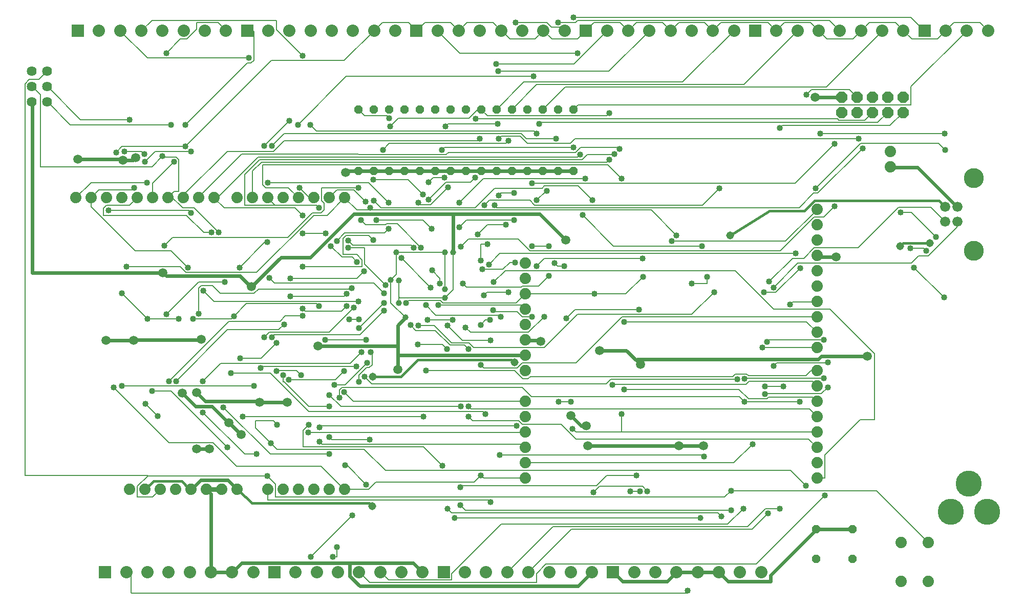
<source format=gbl>
G04 This is an RS-274x file exported by *
G04 gerbv version 2.6.0 *
G04 More information is available about gerbv at *
G04 http://gerbv.gpleda.org/ *
G04 --End of header info--*
%MOIN*%
%FSLAX34Y34*%
%IPPOS*%
G04 --Define apertures--*
%ADD10C,0.0740*%
%AMMACRO11*
5,1,8,0.000000,0.000000,0.060614,22.500000*
%
%ADD11MACRO11*%
%ADD12C,0.0640*%
%ADD13C,0.1700*%
%ADD14C,0.0660*%
%ADD15C,0.1300*%
%ADD16R,0.0800X0.0800*%
%ADD17C,0.0800*%
%AMMACRO18*
5,1,8,0.000000,0.000000,0.080097,22.500000*
%
%ADD18MACRO18*%
%ADD19C,0.0240*%
%ADD20C,0.0300*%
%ADD21C,0.0397*%
%ADD22C,0.0060*%
%ADD23C,0.0594*%
%ADD24C,0.0080*%
%ADD25C,0.0400*%
%ADD26C,0.0160*%
%ADD27C,0.0515*%
G04 --Start main section--*
G54D10*
G01X0008000Y0007080D03*
G01X0009000Y0007080D03*
G01X0010000Y0007080D03*
G01X0011000Y0007080D03*
G01X0012000Y0007080D03*
G01X0013000Y0007080D03*
G01X0014000Y0007080D03*
G01X0015000Y0007080D03*
G01X0017000Y0007080D03*
G01X0018000Y0007080D03*
G01X0019000Y0007080D03*
G01X0020000Y0007080D03*
G01X0021000Y0007080D03*
G01X0022000Y0007080D03*
G01X0033756Y0007824D03*
G01X0033756Y0008824D03*
G01X0033756Y0009824D03*
G01X0033756Y0010824D03*
G01X0033756Y0011824D03*
G01X0033756Y0012824D03*
G01X0033756Y0014824D03*
G01X0033756Y0015824D03*
G01X0033756Y0016824D03*
G01X0033756Y0017824D03*
G01X0033756Y0018824D03*
G01X0033756Y0019824D03*
G01X0033756Y0020824D03*
G01X0033756Y0021824D03*
G01X0022000Y0026080D03*
G01X0021000Y0026080D03*
G01X0020000Y0026080D03*
G01X0019000Y0026080D03*
G01X0018000Y0026080D03*
G01X0017000Y0026080D03*
G01X0016000Y0026080D03*
G01X0015000Y0026080D03*
G01X0013500Y0026080D03*
G01X0012500Y0026080D03*
G01X0011500Y0026080D03*
G01X0010500Y0026080D03*
G01X0009500Y0026080D03*
G01X0008500Y0026080D03*
G01X0007500Y0026080D03*
G01X0006500Y0026080D03*
G01X0005500Y0026080D03*
G01X0004500Y0026080D03*
G01X0052756Y0025324D03*
G01X0052756Y0024324D03*
G01X0052756Y0023324D03*
G01X0052756Y0022324D03*
G01X0052756Y0021324D03*
G01X0052756Y0020324D03*
G01X0052756Y0019324D03*
G01X0052756Y0018324D03*
G01X0052756Y0017324D03*
G01X0052756Y0016324D03*
G01X0052756Y0014824D03*
G01X0052756Y0013824D03*
G01X0052756Y0012824D03*
G01X0052756Y0011824D03*
G01X0052756Y0010824D03*
G01X0052756Y0009824D03*
G01X0052756Y0008824D03*
G01X0052756Y0007824D03*
G01X0058218Y0003640D03*
G01X0059998Y0003640D03*
G01X0059998Y0001080D03*
G01X0058218Y0001080D03*
G01X0057506Y0028080D03*
G01X0057506Y0029080D03*
G54D11*
G01X0036881Y0027830D03*
G01X0035881Y0027830D03*
G01X0034881Y0027830D03*
G01X0033881Y0027830D03*
G01X0032881Y0027830D03*
G01X0031881Y0027830D03*
G01X0030881Y0027830D03*
G01X0029881Y0027830D03*
G01X0028881Y0027830D03*
G01X0027881Y0027830D03*
G01X0026881Y0027830D03*
G01X0025881Y0027830D03*
G01X0024881Y0027830D03*
G01X0023881Y0027830D03*
G01X0022881Y0027830D03*
G01X0022881Y0031830D03*
G01X0023881Y0031830D03*
G01X0024881Y0031830D03*
G01X0025881Y0031830D03*
G01X0026881Y0031830D03*
G01X0027881Y0031830D03*
G01X0028881Y0031830D03*
G01X0029881Y0031830D03*
G01X0030881Y0031830D03*
G01X0031881Y0031830D03*
G01X0032881Y0031830D03*
G01X0033881Y0031830D03*
G01X0034881Y0031830D03*
G01X0035881Y0031830D03*
G01X0036881Y0031830D03*
G01X0052692Y0004507D03*
G01X0055052Y0004507D03*
G01X0055052Y0002547D03*
G01X0052692Y0002547D03*
G54D12*
G01X0002631Y0032330D03*
G01X0001631Y0032330D03*
G01X0001631Y0033330D03*
G01X0002631Y0033330D03*
G01X0002631Y0034330D03*
G01X0001631Y0034330D03*
G54D13*
G01X0061442Y0005614D03*
G01X0063804Y0005614D03*
G01X0062623Y0007464D03*
G54D14*
G01X0061872Y0024513D03*
G01X0061092Y0024513D03*
G01X0061092Y0025497D03*
G01X0061872Y0025497D03*
G54D15*
G01X0062942Y0027375D03*
G01X0062942Y0022635D03*
G54D16*
G01X0006393Y0001705D03*
G01X0017416Y0001705D03*
G01X0028440Y0001705D03*
G01X0039464Y0001705D03*
G01X0037692Y0036957D03*
G01X0026668Y0036957D03*
G01X0015645Y0036957D03*
G01X0004621Y0036957D03*
G01X0048716Y0036957D03*
G01X0059739Y0036957D03*
G54D17*
G01X0058361Y0036957D03*
G01X0056983Y0036957D03*
G01X0055605Y0036957D03*
G01X0054227Y0036957D03*
G01X0052849Y0036957D03*
G01X0051471Y0036957D03*
G01X0050094Y0036957D03*
G01X0047338Y0036957D03*
G01X0045960Y0036957D03*
G01X0044582Y0036957D03*
G01X0043204Y0036957D03*
G01X0041826Y0036957D03*
G01X0040448Y0036957D03*
G01X0039070Y0036957D03*
G01X0036314Y0036960D03*
G01X0034936Y0036960D03*
G01X0033558Y0036960D03*
G01X0032180Y0036960D03*
G01X0030802Y0036960D03*
G01X0029424Y0036960D03*
G01X0028046Y0036960D03*
G01X0025290Y0036957D03*
G01X0023912Y0036957D03*
G01X0022534Y0036957D03*
G01X0021156Y0036957D03*
G01X0019779Y0036957D03*
G01X0018401Y0036957D03*
G01X0017023Y0036957D03*
G01X0014267Y0036960D03*
G01X0012889Y0036960D03*
G01X0011511Y0036960D03*
G01X0010133Y0036960D03*
G01X0008755Y0036960D03*
G01X0007377Y0036960D03*
G01X0005999Y0036960D03*
G01X0061117Y0036957D03*
G01X0062495Y0036957D03*
G01X0063873Y0036957D03*
G01X0049109Y0001705D03*
G01X0047731Y0001705D03*
G01X0046353Y0001705D03*
G01X0044975Y0001705D03*
G01X0043597Y0001705D03*
G01X0042219Y0001705D03*
G01X0040842Y0001705D03*
G01X0038086Y0001702D03*
G01X0036708Y0001702D03*
G01X0035330Y0001702D03*
G01X0033952Y0001702D03*
G01X0032574Y0001702D03*
G01X0031196Y0001702D03*
G01X0029818Y0001702D03*
G01X0027062Y0001705D03*
G01X0025684Y0001705D03*
G01X0024306Y0001705D03*
G01X0022928Y0001705D03*
G01X0021550Y0001705D03*
G01X0020172Y0001705D03*
G01X0018794Y0001705D03*
G01X0016038Y0001702D03*
G01X0014660Y0001702D03*
G01X0013282Y0001702D03*
G01X0011905Y0001702D03*
G01X0010527Y0001702D03*
G01X0009149Y0001702D03*
G01X0007771Y0001702D03*
G54D18*
G01X0054356Y0031645D03*
G01X0054356Y0032645D03*
G01X0055356Y0032645D03*
G01X0056356Y0032645D03*
G01X0056356Y0031645D03*
G01X0055356Y0031645D03*
G01X0057356Y0031645D03*
G01X0058356Y0031645D03*
G01X0058356Y0032645D03*
G01X0057356Y0032645D03*
G54D19*
G01X0054356Y0032645D02*
G01X0054341Y0032645D01*
G01X0054341Y0032645D02*
G01X0052621Y0032645D01*
G01X0057506Y0028080D02*
G01X0057521Y0028065D01*
G01X0057521Y0028065D02*
G01X0059301Y0028065D01*
G01X0059301Y0028065D02*
G01X0061861Y0025505D01*
G01X0061861Y0025505D02*
G01X0061872Y0025497D01*
G01X0053981Y0022245D02*
G01X0052821Y0022245D01*
G01X0052821Y0022245D02*
G01X0052761Y0022305D01*
G01X0052761Y0022305D02*
G01X0052756Y0022324D01*
G01X0053021Y0015765D02*
G01X0052821Y0015565D01*
G01X0052821Y0015565D02*
G01X0041061Y0015565D01*
G01X0041061Y0015565D02*
G01X0040981Y0015485D01*
G01X0040981Y0015485D02*
G01X0041241Y0015225D01*
G01X0040981Y0015485D02*
G01X0040321Y0016145D01*
G01X0040321Y0016145D02*
G01X0038601Y0016145D01*
G01X0034761Y0016745D02*
G01X0034701Y0016805D01*
G01X0034701Y0016805D02*
G01X0033761Y0016805D01*
G01X0033761Y0016805D02*
G01X0033756Y0016824D01*
G01X0033741Y0015825D02*
G01X0033756Y0015824D01*
G01X0033741Y0015825D02*
G01X0025441Y0015825D01*
G01X0025441Y0015825D02*
G01X0025441Y0016445D01*
G01X0025441Y0016445D02*
G01X0020261Y0016445D01*
G01X0025441Y0016445D02*
G01X0025441Y0017765D01*
G01X0025441Y0017765D02*
G01X0025961Y0018285D01*
G01X0025441Y0015825D02*
G01X0025441Y0014885D01*
G01X0018261Y0012765D02*
G01X0016441Y0012765D01*
G01X0016441Y0012765D02*
G01X0016341Y0012825D01*
G01X0016341Y0012825D02*
G01X0012921Y0012825D01*
G01X0012921Y0012825D02*
G01X0012341Y0013405D01*
G01X0012281Y0012505D02*
G01X0011421Y0013365D01*
G01X0012281Y0012505D02*
G01X0013361Y0012505D01*
G01X0013361Y0012505D02*
G01X0014361Y0011505D01*
G01X0014361Y0011505D02*
G01X0014461Y0011445D01*
G01X0014461Y0011445D02*
G01X0015241Y0010665D01*
G01X0013181Y0009725D02*
G01X0012341Y0009725D01*
G01X0012631Y0007705D02*
G01X0014381Y0007705D01*
G01X0014381Y0007705D02*
G01X0014506Y0007574D01*
G01X0014506Y0007574D02*
G01X0015000Y0007080D01*
G01X0013282Y0006798D02*
G01X0013000Y0007080D01*
G01X0013282Y0006798D02*
G01X0013282Y0001702D01*
G01X0013282Y0001702D02*
G01X0014660Y0001702D01*
G01X0014660Y0001702D02*
G01X0014761Y0001765D01*
G01X0014761Y0001765D02*
G01X0015301Y0002305D01*
G01X0015301Y0002305D02*
G01X0022321Y0002305D01*
G01X0022321Y0002305D02*
G01X0022321Y0001445D01*
G01X0022321Y0001445D02*
G01X0022981Y0000785D01*
G01X0022981Y0000785D02*
G01X0037181Y0000785D01*
G01X0037181Y0000785D02*
G01X0038081Y0001685D01*
G01X0038081Y0001685D02*
G01X0038086Y0001702D01*
G01X0039464Y0001705D02*
G01X0039481Y0001705D01*
G01X0039481Y0001705D02*
G01X0040081Y0001105D01*
G01X0040081Y0001105D02*
G01X0042997Y0001105D01*
G01X0042997Y0001105D02*
G01X0043597Y0001705D01*
G01X0043597Y0001705D02*
G01X0044975Y0001705D01*
G01X0044975Y0001705D02*
G01X0046353Y0001705D01*
G01X0046353Y0001705D02*
G01X0046953Y0001105D01*
G01X0046953Y0001105D02*
G01X0049721Y0001105D01*
G01X0049721Y0001105D02*
G01X0049721Y0001505D01*
G01X0049721Y0001505D02*
G01X0052561Y0004345D01*
G01X0052561Y0004345D02*
G01X0052692Y0004507D01*
G01X0052692Y0004507D02*
G01X0052581Y0004465D01*
G01X0052692Y0004507D02*
G01X0052701Y0004505D01*
G01X0052701Y0004505D02*
G01X0055041Y0004505D01*
G01X0055041Y0004505D02*
G01X0055052Y0004507D01*
G01X0045341Y0009945D02*
G01X0043741Y0009945D01*
G01X0043741Y0009945D02*
G01X0037821Y0009945D01*
G01X0037721Y0011245D02*
G01X0037381Y0011245D01*
G01X0037381Y0011245D02*
G01X0036721Y0011905D01*
G01X0053021Y0015765D02*
G01X0056021Y0015765D01*
G01X0036401Y0023325D02*
G01X0034681Y0025045D01*
G01X0034681Y0025045D02*
G01X0029041Y0025045D01*
G01X0029041Y0025045D02*
G01X0022601Y0025045D01*
G01X0022601Y0025045D02*
G01X0019761Y0022205D01*
G01X0019761Y0022205D02*
G01X0017841Y0022205D01*
G01X0017841Y0022205D02*
G01X0015921Y0020285D01*
G01X0015921Y0020285D02*
G01X0015821Y0020345D01*
G01X0015821Y0020345D02*
G01X0015181Y0020985D01*
G01X0015181Y0020985D02*
G01X0010381Y0020985D01*
G01X0010381Y0020985D02*
G01X0010241Y0021125D01*
G01X0010241Y0021125D02*
G01X0010141Y0021185D01*
G01X0010141Y0021185D02*
G01X0001641Y0021185D01*
G01X0001641Y0021185D02*
G01X0001641Y0032325D01*
G01X0001641Y0032325D02*
G01X0001631Y0032330D01*
G01X0004621Y0028585D02*
G01X0007441Y0028585D01*
G01X0007441Y0028585D02*
G01X0007541Y0028525D01*
G01X0007541Y0028525D02*
G01X0008221Y0028525D01*
G01X0008221Y0028525D02*
G01X0008381Y0028685D01*
G01X0022061Y0027745D02*
G01X0022141Y0027825D01*
G01X0022141Y0027825D02*
G01X0022881Y0027825D01*
G01X0022881Y0027825D02*
G01X0022881Y0027830D01*
G01X0022881Y0027830D02*
G01X0022981Y0027845D01*
G01X0022981Y0027845D02*
G01X0023881Y0027845D01*
G01X0023881Y0027845D02*
G01X0023881Y0027830D01*
G01X0023881Y0027830D02*
G01X0023981Y0027845D01*
G01X0023981Y0027845D02*
G01X0024881Y0027845D01*
G01X0024881Y0027845D02*
G01X0024881Y0027830D01*
G01X0024881Y0027830D02*
G01X0024981Y0027845D01*
G01X0024981Y0027845D02*
G01X0025881Y0027845D01*
G01X0025881Y0027845D02*
G01X0025881Y0027830D01*
G01X0025881Y0027830D02*
G01X0025981Y0027845D01*
G01X0025981Y0027845D02*
G01X0026881Y0027845D01*
G01X0026881Y0027845D02*
G01X0026881Y0027830D01*
G01X0026881Y0027830D02*
G01X0026981Y0027845D01*
G01X0026981Y0027845D02*
G01X0027881Y0027845D01*
G01X0027881Y0027845D02*
G01X0027881Y0027830D01*
G01X0027881Y0027830D02*
G01X0027981Y0027845D01*
G01X0027981Y0027845D02*
G01X0028881Y0027845D01*
G01X0028881Y0027845D02*
G01X0028881Y0027830D01*
G01X0028881Y0027830D02*
G01X0028981Y0027845D01*
G01X0028981Y0027845D02*
G01X0029881Y0027845D01*
G01X0029881Y0027845D02*
G01X0029881Y0027830D01*
G01X0029881Y0027830D02*
G01X0029981Y0027845D01*
G01X0029981Y0027845D02*
G01X0030881Y0027845D01*
G01X0030881Y0027845D02*
G01X0030881Y0027830D01*
G01X0030881Y0027830D02*
G01X0030981Y0027845D01*
G01X0030981Y0027845D02*
G01X0031881Y0027845D01*
G01X0031881Y0027845D02*
G01X0031881Y0027830D01*
G01X0031881Y0027830D02*
G01X0031981Y0027845D01*
G01X0031981Y0027845D02*
G01X0032881Y0027845D01*
G01X0032881Y0027845D02*
G01X0032881Y0027830D01*
G01X0032881Y0027830D02*
G01X0032981Y0027845D01*
G01X0032981Y0027845D02*
G01X0033881Y0027845D01*
G01X0033881Y0027845D02*
G01X0033881Y0027830D01*
G01X0033881Y0027830D02*
G01X0033981Y0027845D01*
G01X0033981Y0027845D02*
G01X0034881Y0027845D01*
G01X0034881Y0027845D02*
G01X0034881Y0027830D01*
G01X0034881Y0027830D02*
G01X0034981Y0027845D01*
G01X0034981Y0027845D02*
G01X0035881Y0027845D01*
G01X0035881Y0027845D02*
G01X0035881Y0027830D01*
G01X0035881Y0027830D02*
G01X0035981Y0027845D01*
G01X0035981Y0027845D02*
G01X0036881Y0027845D01*
G01X0036881Y0027845D02*
G01X0036881Y0027830D01*
G01X0029041Y0025045D02*
G01X0029041Y0022525D01*
G01X0012661Y0016865D02*
G01X0012641Y0016845D01*
G01X0012641Y0016845D02*
G01X0008341Y0016845D01*
G01X0008341Y0016845D02*
G01X0008241Y0016785D01*
G01X0008241Y0016785D02*
G01X0006461Y0016785D01*
G01X0012631Y0007705D02*
G01X0012006Y0007080D01*
G01X0022321Y0002305D02*
G01X0026461Y0002305D01*
G01X0026461Y0002305D02*
G01X0027061Y0001705D01*
G01X0027061Y0001705D02*
G01X0027062Y0001705D01*
G54D20*
G01X0014000Y0007080D02*
G01X0013000Y0007080D01*
G01X0012006Y0007080D02*
G01X0012000Y0007080D01*
G54D21*
G01X0028681Y0005845D03*
G01X0029161Y0005245D03*
G01X0045161Y0005245D03*
G01X0046521Y0005325D03*
G01X0025961Y0018285D03*
G01X0025521Y0019245D03*
G01X0025521Y0020685D03*
G01X0025001Y0020725D03*
G01X0025361Y0022525D03*
G01X0028521Y0022525D03*
G01X0029041Y0022525D03*
G01X0028521Y0020125D03*
G01X0028521Y0019565D03*
G54D22*
G01X0028521Y0019565D02*
G01X0029041Y0020085D01*
G01X0029041Y0020085D02*
G01X0029041Y0022525D01*
G01X0028521Y0022525D02*
G01X0028521Y0020125D01*
G01X0028521Y0019565D02*
G01X0025601Y0019565D01*
G01X0025601Y0019565D02*
G01X0025521Y0019645D01*
G01X0025521Y0019645D02*
G01X0025521Y0019245D01*
G01X0025521Y0019645D02*
G01X0025521Y0020685D01*
G01X0025361Y0021085D02*
G01X0025001Y0020725D01*
G01X0025001Y0020725D02*
G01X0025001Y0019245D01*
G01X0025001Y0019245D02*
G01X0025961Y0018285D01*
G01X0025361Y0021085D02*
G01X0025361Y0022525D01*
G01X0025361Y0022525D02*
G01X0028521Y0022525D01*
G01X0028681Y0005845D02*
G01X0028961Y0005565D01*
G01X0028961Y0005565D02*
G01X0046281Y0005565D01*
G01X0046281Y0005565D02*
G01X0046521Y0005325D01*
G01X0045161Y0005245D02*
G01X0029161Y0005245D01*
G54D23*
G01X0037821Y0009945D03*
G01X0037721Y0011245D03*
G01X0036721Y0011905D03*
G01X0041241Y0015225D03*
G01X0038601Y0016145D03*
G01X0034761Y0016745D03*
G01X0025441Y0014885D03*
G01X0020261Y0016445D03*
G01X0018261Y0012765D03*
G01X0016441Y0012765D03*
G01X0014461Y0011445D03*
G01X0015241Y0010665D03*
G01X0013181Y0009725D03*
G01X0012341Y0009725D03*
G01X0012341Y0013405D03*
G01X0011421Y0013365D03*
G01X0012661Y0016865D03*
G01X0008241Y0016785D03*
G01X0006461Y0016785D03*
G01X0010141Y0021185D03*
G01X0015921Y0020285D03*
G01X0022061Y0027745D03*
G01X0008381Y0028685D03*
G01X0007541Y0028525D03*
G01X0004621Y0028585D03*
G01X0036401Y0023325D03*
G01X0052621Y0032645D03*
G01X0053981Y0022245D03*
G01X0056021Y0015765D03*
G01X0045341Y0009945D03*
G01X0043741Y0009945D03*
G54D24*
G01X0045281Y0009325D02*
G01X0045381Y0009225D01*
G01X0045281Y0009325D02*
G01X0032101Y0009325D01*
G01X0033541Y0010025D02*
G01X0033741Y0009825D01*
G01X0033741Y0009825D02*
G01X0033756Y0009824D01*
G01X0033541Y0010025D02*
G01X0020521Y0010025D01*
G01X0020521Y0010025D02*
G01X0020361Y0010185D01*
G01X0021001Y0010485D02*
G01X0021141Y0010345D01*
G01X0021141Y0010345D02*
G01X0023621Y0010345D01*
G01X0023261Y0009705D02*
G01X0017601Y0009705D01*
G01X0017601Y0009705D02*
G01X0017201Y0010105D01*
G01X0017201Y0010105D02*
G01X0016201Y0011105D01*
G01X0016201Y0011105D02*
G01X0016201Y0011565D01*
G01X0016201Y0011565D02*
G01X0017341Y0011565D01*
G01X0017341Y0011565D02*
G01X0017601Y0011305D01*
G01X0019301Y0010945D02*
G01X0019301Y0009865D01*
G01X0019301Y0009865D02*
G01X0027121Y0009865D01*
G01X0027121Y0009865D02*
G01X0028341Y0008645D01*
G01X0030421Y0007565D02*
G01X0024021Y0007565D01*
G01X0024021Y0007565D02*
G01X0023541Y0007085D01*
G01X0023541Y0007085D02*
G01X0022041Y0007085D01*
G01X0022041Y0007085D02*
G01X0022000Y0007080D01*
G01X0022000Y0007080D02*
G01X0021961Y0007085D01*
G01X0021961Y0007085D02*
G01X0020441Y0008605D01*
G01X0020441Y0008605D02*
G01X0014961Y0008605D01*
G01X0014961Y0008605D02*
G01X0013421Y0010145D01*
G01X0013421Y0010145D02*
G01X0010541Y0010145D01*
G01X0010541Y0010145D02*
G01X0006941Y0013745D01*
G01X0007501Y0013825D02*
G01X0016081Y0013825D01*
G01X0016521Y0014985D02*
G01X0016641Y0015105D01*
G01X0016641Y0015105D02*
G01X0022761Y0015105D01*
G01X0022341Y0015305D02*
G01X0013921Y0015305D01*
G01X0013921Y0015305D02*
G01X0012761Y0014145D01*
G01X0011021Y0014145D02*
G01X0014361Y0017485D01*
G01X0014361Y0017485D02*
G01X0017681Y0017485D01*
G01X0017681Y0017485D02*
G01X0018041Y0017845D01*
G01X0017781Y0018045D02*
G01X0018121Y0018385D01*
G01X0018121Y0018385D02*
G01X0019241Y0018385D01*
G01X0019421Y0018705D02*
G01X0019261Y0018865D01*
G01X0019421Y0018705D02*
G01X0021801Y0018705D01*
G01X0021801Y0018705D02*
G01X0022121Y0019025D01*
G01X0022601Y0018945D02*
G01X0020981Y0017325D01*
G01X0020981Y0017325D02*
G01X0017101Y0017325D01*
G01X0017101Y0017325D02*
G01X0016761Y0016985D01*
G01X0017241Y0017005D02*
G01X0017401Y0017165D01*
G01X0017401Y0017165D02*
G01X0022981Y0017165D01*
G01X0022981Y0017165D02*
G01X0024561Y0018745D01*
G01X0024561Y0019225D02*
G01X0022921Y0017585D01*
G01X0022921Y0018165D02*
G01X0022281Y0018165D01*
G01X0022881Y0019345D02*
G01X0013501Y0019345D01*
G01X0013501Y0019345D02*
G01X0012801Y0020045D01*
G01X0012481Y0020185D02*
G01X0012661Y0020365D01*
G01X0012661Y0020365D02*
G01X0013401Y0020365D01*
G01X0013401Y0020365D02*
G01X0013901Y0019865D01*
G01X0013901Y0019865D02*
G01X0016101Y0019865D01*
G01X0016101Y0019865D02*
G01X0016381Y0020145D01*
G01X0016381Y0020145D02*
G01X0022381Y0020145D01*
G01X0022381Y0020145D02*
G01X0022441Y0020205D01*
G01X0022121Y0019825D02*
G01X0021961Y0019665D01*
G01X0021961Y0019665D02*
G01X0018461Y0019665D01*
G01X0017421Y0020525D02*
G01X0017081Y0020865D01*
G01X0017421Y0020525D02*
G01X0023901Y0020525D01*
G01X0023901Y0020525D02*
G01X0024561Y0019865D01*
G01X0024641Y0020405D02*
G01X0023281Y0021765D01*
G01X0023281Y0021765D02*
G01X0023281Y0022825D01*
G01X0023281Y0022825D02*
G01X0022221Y0022825D01*
G01X0022521Y0023005D02*
G01X0022221Y0023305D01*
G01X0021901Y0023445D02*
G01X0022081Y0023625D01*
G01X0022081Y0023625D02*
G01X0023541Y0023625D01*
G01X0023541Y0023625D02*
G01X0023841Y0023325D01*
G01X0024581Y0023785D02*
G01X0022001Y0023785D01*
G01X0022001Y0023785D02*
G01X0021481Y0023265D01*
G01X0021901Y0023445D02*
G01X0021901Y0022385D01*
G01X0021901Y0022385D02*
G01X0022781Y0022385D01*
G01X0022781Y0022385D02*
G01X0023121Y0022045D01*
G01X0023121Y0022045D02*
G01X0023121Y0021585D01*
G01X0023121Y0021585D02*
G01X0019261Y0021585D01*
G01X0018461Y0020845D02*
G01X0022801Y0020845D01*
G01X0022801Y0020845D02*
G01X0023241Y0021285D01*
G01X0022801Y0021905D02*
G01X0022481Y0022225D01*
G01X0022481Y0022225D02*
G01X0021821Y0022225D01*
G01X0021821Y0022225D02*
G01X0021101Y0022945D01*
G01X0020741Y0023765D02*
G01X0019261Y0023765D01*
G01X0018301Y0023505D02*
G01X0019901Y0025105D01*
G01X0019901Y0025105D02*
G01X0020461Y0025105D01*
G01X0020461Y0025105D02*
G01X0020641Y0025285D01*
G01X0020641Y0025285D02*
G01X0020641Y0025745D01*
G01X0020641Y0025745D02*
G01X0020501Y0025885D01*
G01X0020501Y0025885D02*
G01X0020501Y0026745D01*
G01X0020501Y0026745D02*
G01X0022901Y0026745D01*
G01X0022601Y0026585D02*
G01X0021501Y0026585D01*
G01X0021501Y0026585D02*
G01X0021001Y0026085D01*
G01X0021001Y0026085D02*
G01X0021000Y0026080D01*
G01X0021961Y0026065D02*
G01X0022000Y0026080D01*
G01X0022000Y0026080D02*
G01X0022001Y0026065D01*
G01X0022001Y0026065D02*
G01X0022781Y0025285D01*
G01X0022781Y0025285D02*
G01X0023661Y0025285D01*
G01X0023661Y0025285D02*
G01X0023661Y0025445D01*
G01X0023661Y0025285D02*
G01X0041941Y0025285D01*
G01X0041941Y0025285D02*
G01X0043581Y0023645D01*
G01X0043281Y0023265D02*
G01X0050701Y0023265D01*
G01X0050701Y0023265D02*
G01X0052741Y0025305D01*
G01X0052741Y0025305D02*
G01X0052756Y0025324D01*
G01X0052561Y0024825D02*
G01X0053181Y0024825D01*
G01X0053181Y0024825D02*
G01X0053901Y0025545D01*
G01X0052801Y0026385D02*
G01X0055721Y0029305D01*
G01X0055581Y0029625D02*
G01X0052661Y0026705D01*
G01X0052801Y0026385D02*
G01X0052521Y0026385D01*
G01X0052521Y0026385D02*
G01X0051581Y0025445D01*
G01X0051581Y0025445D02*
G01X0031901Y0025445D01*
G01X0031901Y0025445D02*
G01X0031741Y0025605D01*
G01X0031421Y0025925D02*
G01X0034041Y0025925D01*
G01X0034041Y0025925D02*
G01X0034361Y0025605D01*
G01X0034361Y0025605D02*
G01X0045301Y0025605D01*
G01X0045301Y0025605D02*
G01X0046401Y0026705D01*
G01X0051321Y0027025D02*
G01X0053901Y0029605D01*
G01X0052941Y0030265D02*
G01X0061061Y0030265D01*
G01X0060661Y0029625D02*
G01X0055581Y0029625D01*
G01X0055421Y0029925D02*
G01X0055441Y0029945D01*
G01X0055421Y0029925D02*
G01X0036981Y0029925D01*
G01X0036981Y0029925D02*
G01X0036681Y0029625D01*
G01X0036681Y0029625D02*
G01X0033901Y0029625D01*
G01X0033901Y0029625D02*
G01X0033421Y0030105D01*
G01X0033421Y0030105D02*
G01X0032181Y0030105D01*
G01X0032181Y0030105D02*
G01X0032021Y0029945D01*
G01X0032501Y0029625D02*
G01X0032661Y0029785D01*
G01X0032501Y0029625D02*
G01X0024901Y0029625D01*
G01X0024901Y0029625D02*
G01X0024481Y0029205D01*
G01X0022921Y0028885D02*
G01X0022861Y0028945D01*
G01X0022861Y0028945D02*
G01X0015301Y0028945D01*
G01X0015301Y0028945D02*
G01X0012501Y0026145D01*
G01X0012501Y0026145D02*
G01X0012501Y0026085D01*
G01X0012501Y0026085D02*
G01X0012500Y0026080D01*
G01X0011501Y0026085D02*
G01X0011501Y0026265D01*
G01X0011501Y0026265D02*
G01X0014341Y0029105D01*
G01X0014341Y0029105D02*
G01X0017361Y0029105D01*
G01X0017361Y0029105D02*
G01X0018041Y0029785D01*
G01X0018041Y0029785D02*
G01X0030641Y0029785D01*
G01X0030641Y0029785D02*
G01X0030801Y0029945D01*
G01X0030521Y0031225D02*
G01X0054081Y0031225D01*
G01X0054081Y0031225D02*
G01X0054161Y0031145D01*
G01X0054161Y0031145D02*
G01X0055861Y0031145D01*
G01X0055861Y0031145D02*
G01X0056341Y0031625D01*
G01X0056341Y0031625D02*
G01X0056356Y0031645D01*
G01X0056701Y0030985D02*
G01X0057341Y0031625D01*
G01X0057341Y0031625D02*
G01X0057356Y0031645D01*
G01X0057501Y0030785D02*
G01X0058341Y0031625D01*
G01X0058341Y0031625D02*
G01X0058356Y0031645D01*
G01X0058861Y0032145D02*
G01X0037181Y0032145D01*
G01X0037181Y0032145D02*
G01X0036881Y0031845D01*
G01X0036881Y0031845D02*
G01X0036881Y0031830D01*
G01X0036341Y0033305D02*
G01X0034881Y0031845D01*
G01X0034881Y0031845D02*
G01X0034881Y0031830D01*
G01X0034741Y0030985D02*
G01X0056701Y0030985D01*
G01X0057501Y0030785D02*
G01X0050481Y0030785D01*
G01X0050481Y0030785D02*
G01X0050321Y0030625D01*
G01X0052041Y0032805D02*
G01X0052381Y0033145D01*
G01X0052381Y0033145D02*
G01X0054841Y0033145D01*
G01X0054841Y0033145D02*
G01X0055341Y0032645D01*
G01X0055341Y0032645D02*
G01X0055356Y0032645D01*
G01X0053341Y0033305D02*
G01X0036341Y0033305D01*
G01X0034501Y0033465D02*
G01X0032881Y0031845D01*
G01X0032881Y0031845D02*
G01X0032881Y0031830D01*
G01X0031881Y0031845D02*
G01X0031881Y0031830D01*
G01X0031881Y0031845D02*
G01X0033661Y0033625D01*
G01X0033661Y0033625D02*
G01X0044001Y0033625D01*
G01X0044001Y0033625D02*
G01X0047321Y0036945D01*
G01X0047321Y0036945D02*
G01X0047338Y0036957D01*
G01X0046481Y0037485D02*
G01X0049541Y0037485D01*
G01X0049541Y0037485D02*
G01X0050061Y0036965D01*
G01X0050061Y0036965D02*
G01X0050094Y0036957D01*
G01X0050094Y0036957D02*
G01X0050101Y0036965D01*
G01X0050101Y0036965D02*
G01X0050621Y0037485D01*
G01X0050621Y0037485D02*
G01X0052321Y0037485D01*
G01X0052321Y0037485D02*
G01X0052841Y0036965D01*
G01X0052841Y0036965D02*
G01X0052849Y0036957D01*
G01X0052849Y0036957D02*
G01X0052881Y0036945D01*
G01X0052881Y0036945D02*
G01X0053401Y0036425D01*
G01X0053401Y0036425D02*
G01X0055081Y0036425D01*
G01X0055081Y0036425D02*
G01X0055601Y0036945D01*
G01X0055601Y0036945D02*
G01X0055605Y0036957D01*
G01X0055605Y0036957D02*
G01X0055641Y0036965D01*
G01X0055641Y0036965D02*
G01X0056161Y0037485D01*
G01X0056161Y0037485D02*
G01X0057841Y0037485D01*
G01X0057841Y0037485D02*
G01X0058361Y0036965D01*
G01X0058361Y0036965D02*
G01X0058361Y0036957D01*
G01X0058361Y0036957D02*
G01X0058401Y0036945D01*
G01X0058401Y0036945D02*
G01X0058921Y0036425D01*
G01X0058921Y0036425D02*
G01X0060581Y0036425D01*
G01X0060581Y0036425D02*
G01X0061101Y0036945D01*
G01X0061101Y0036945D02*
G01X0061117Y0036957D01*
G01X0061117Y0036957D02*
G01X0061141Y0036985D01*
G01X0061141Y0036985D02*
G01X0061641Y0037485D01*
G01X0061641Y0037485D02*
G01X0063341Y0037485D01*
G01X0063341Y0037485D02*
G01X0063861Y0036965D01*
G01X0063861Y0036965D02*
G01X0063873Y0036957D01*
G01X0062495Y0036957D02*
G01X0062481Y0036945D01*
G01X0062481Y0036945D02*
G01X0058861Y0033325D01*
G01X0058861Y0033325D02*
G01X0058861Y0032145D01*
G01X0060661Y0029625D02*
G01X0061101Y0029185D01*
G01X0060141Y0025465D02*
G01X0058061Y0025465D01*
G01X0058061Y0025465D02*
G01X0055421Y0022825D01*
G01X0055421Y0022825D02*
G01X0052561Y0022825D01*
G01X0052561Y0022825D02*
G01X0051881Y0022145D01*
G01X0051881Y0022145D02*
G01X0051141Y0022145D01*
G01X0051141Y0022145D02*
G01X0049621Y0020625D01*
G01X0049921Y0020245D02*
G01X0051501Y0021825D01*
G01X0051501Y0021825D02*
G01X0058881Y0021825D01*
G01X0058881Y0021825D02*
G01X0059361Y0022305D01*
G01X0059361Y0022305D02*
G01X0060001Y0022305D01*
G01X0060001Y0022305D02*
G01X0061861Y0024165D01*
G01X0061861Y0024165D02*
G01X0061861Y0024505D01*
G01X0061861Y0024505D02*
G01X0061872Y0024513D01*
G01X0061092Y0024513D02*
G01X0061081Y0024525D01*
G01X0061081Y0024525D02*
G01X0060141Y0025465D01*
G01X0058881Y0025145D02*
G01X0058201Y0025145D01*
G01X0058881Y0025145D02*
G01X0060481Y0023545D01*
G01X0059701Y0022785D02*
G01X0058821Y0022785D01*
G01X0059701Y0022785D02*
G01X0059861Y0022625D01*
G01X0059061Y0021545D02*
G01X0061021Y0019585D01*
G01X0056481Y0015945D02*
G01X0056481Y0011625D01*
G01X0056481Y0011625D02*
G01X0055561Y0011625D01*
G01X0055561Y0011625D02*
G01X0053261Y0009325D01*
G01X0053261Y0009325D02*
G01X0053261Y0007825D01*
G01X0053261Y0007825D02*
G01X0052761Y0007825D01*
G01X0052761Y0007825D02*
G01X0052756Y0007824D01*
G01X0052021Y0007325D02*
G01X0051021Y0008325D01*
G01X0051021Y0008325D02*
G01X0024641Y0008325D01*
G01X0024641Y0008325D02*
G01X0023261Y0009705D01*
G01X0022141Y0008665D02*
G01X0022021Y0008665D01*
G01X0022141Y0008665D02*
G01X0023401Y0007405D01*
G01X0022501Y0005405D02*
G01X0019801Y0002705D01*
G01X0021221Y0002705D02*
G01X0021501Y0002705D01*
G01X0021501Y0002705D02*
G01X0021501Y0003345D01*
G01X0022928Y0001705D02*
G01X0022941Y0001705D01*
G01X0022941Y0001705D02*
G01X0023621Y0001025D01*
G01X0023621Y0001025D02*
G01X0034481Y0001025D01*
G01X0034481Y0001025D02*
G01X0034481Y0001605D01*
G01X0034481Y0001605D02*
G01X0035101Y0002225D01*
G01X0035101Y0002225D02*
G01X0048801Y0002225D01*
G01X0048801Y0002225D02*
G01X0053261Y0006685D01*
G01X0050321Y0005845D02*
G01X0049401Y0005845D01*
G01X0049401Y0005845D02*
G01X0048221Y0004665D01*
G01X0048221Y0004665D02*
G01X0035541Y0004665D01*
G01X0035541Y0004665D02*
G01X0032581Y0001705D01*
G01X0032581Y0001705D02*
G01X0032574Y0001702D01*
G01X0033952Y0001702D02*
G01X0033961Y0001705D01*
G01X0033961Y0001705D02*
G01X0036761Y0004505D01*
G01X0036761Y0004505D02*
G01X0048521Y0004505D01*
G01X0048521Y0004505D02*
G01X0049541Y0005525D01*
G01X0047941Y0005845D02*
G01X0046921Y0004825D01*
G01X0046921Y0004825D02*
G01X0032201Y0004825D01*
G01X0032201Y0004825D02*
G01X0028961Y0001585D01*
G01X0028961Y0001585D02*
G01X0028961Y0001185D01*
G01X0028961Y0001185D02*
G01X0024841Y0001185D01*
G01X0024841Y0001185D02*
G01X0024321Y0001705D01*
G01X0024321Y0001705D02*
G01X0024306Y0001705D01*
G01X0029521Y0006065D02*
G01X0029861Y0005725D01*
G01X0029861Y0005725D02*
G01X0047141Y0005725D01*
G01X0046721Y0006585D02*
G01X0047141Y0007005D01*
G01X0047141Y0007005D02*
G01X0056621Y0007005D01*
G01X0056621Y0007005D02*
G01X0059981Y0003645D01*
G01X0059981Y0003645D02*
G01X0059998Y0003640D01*
G01X0052756Y0009824D02*
G01X0052741Y0009825D01*
G01X0052741Y0009825D02*
G01X0052201Y0010365D01*
G01X0052201Y0010365D02*
G01X0037041Y0010365D01*
G01X0037041Y0010365D02*
G01X0036081Y0011325D01*
G01X0036081Y0011325D02*
G01X0033561Y0011325D01*
G01X0033561Y0011325D02*
G01X0033321Y0011565D01*
G01X0033321Y0011565D02*
G01X0030321Y0011565D01*
G01X0030321Y0011565D02*
G01X0030041Y0011845D01*
G01X0030221Y0012325D02*
G01X0052241Y0012325D01*
G01X0052241Y0012325D02*
G01X0052741Y0011825D01*
G01X0052741Y0011825D02*
G01X0052756Y0011824D01*
G01X0052741Y0010825D02*
G01X0052756Y0010824D01*
G01X0052741Y0010825D02*
G01X0040021Y0010825D01*
G01X0040021Y0010825D02*
G01X0040021Y0012005D01*
G01X0040021Y0010825D02*
G01X0037041Y0010825D01*
G01X0037041Y0010825D02*
G01X0036821Y0011045D01*
G01X0033756Y0010824D02*
G01X0033741Y0010805D01*
G01X0033741Y0010805D02*
G01X0019621Y0010805D01*
G01X0019301Y0010945D02*
G01X0019661Y0011305D01*
G01X0020361Y0011145D02*
G01X0020461Y0011245D01*
G01X0020461Y0011245D02*
G01X0033181Y0011245D01*
G01X0031161Y0012005D02*
G01X0031001Y0012165D01*
G01X0031001Y0012165D02*
G01X0019661Y0012165D01*
G01X0019661Y0012165D02*
G01X0017161Y0014665D01*
G01X0017161Y0014665D02*
G01X0014581Y0014665D01*
G01X0015201Y0015645D02*
G01X0016561Y0015645D01*
G01X0016561Y0015645D02*
G01X0017561Y0016645D01*
G01X0017781Y0018045D02*
G01X0014441Y0018045D01*
G01X0014441Y0018045D02*
G01X0010541Y0014145D01*
G01X0010681Y0013505D02*
G01X0009441Y0013505D01*
G01X0010681Y0013505D02*
G01X0014361Y0009825D01*
G01X0015481Y0009385D02*
G01X0016261Y0009385D01*
G01X0017141Y0009385D02*
G01X0021001Y0009385D01*
G01X0017141Y0009385D02*
G01X0014101Y0012425D01*
G01X0012761Y0012105D02*
G01X0015481Y0009385D01*
G01X0016961Y0007965D02*
G01X0017501Y0007425D01*
G01X0017501Y0007425D02*
G01X0017501Y0006585D01*
G01X0017501Y0006585D02*
G01X0046721Y0006585D01*
G01X0047321Y0008825D02*
G01X0033761Y0008825D01*
G01X0033761Y0008825D02*
G01X0033756Y0008824D01*
G01X0033741Y0007825D02*
G01X0033756Y0007824D01*
G01X0033741Y0007825D02*
G01X0031041Y0007825D01*
G01X0031041Y0007825D02*
G01X0030861Y0008005D01*
G01X0030861Y0008005D02*
G01X0030421Y0007565D01*
G01X0029601Y0007325D02*
G01X0038381Y0007325D01*
G01X0038381Y0007325D02*
G01X0039061Y0008005D01*
G01X0039061Y0008005D02*
G01X0040981Y0008005D01*
G01X0041381Y0007285D02*
G01X0038581Y0007285D01*
G01X0038581Y0007285D02*
G01X0038201Y0006905D01*
G01X0040581Y0006965D02*
G01X0041221Y0006965D01*
G01X0041381Y0007285D02*
G01X0041701Y0006965D01*
G01X0047321Y0008825D02*
G01X0048541Y0010045D01*
G01X0048021Y0012785D02*
G01X0047681Y0013125D01*
G01X0047681Y0013125D02*
G01X0034161Y0013125D01*
G01X0034161Y0013125D02*
G01X0033541Y0013745D01*
G01X0033541Y0013745D02*
G01X0021821Y0013745D01*
G01X0021821Y0013745D02*
G01X0021641Y0013565D01*
G01X0021641Y0013565D02*
G01X0021641Y0013065D01*
G01X0021961Y0013425D02*
G01X0022561Y0012825D01*
G01X0022561Y0012825D02*
G01X0033741Y0012825D01*
G01X0033741Y0012825D02*
G01X0033756Y0012824D01*
G01X0035921Y0012805D02*
G01X0036721Y0012805D01*
G01X0039021Y0013965D02*
G01X0039321Y0014265D01*
G01X0039321Y0014265D02*
G01X0047541Y0014265D01*
G01X0047241Y0014425D02*
G01X0039041Y0014425D01*
G01X0039041Y0014425D02*
G01X0039021Y0014445D01*
G01X0039021Y0014445D02*
G01X0034081Y0014445D01*
G01X0034081Y0014445D02*
G01X0033921Y0014285D01*
G01X0033921Y0014285D02*
G01X0033601Y0014285D01*
G01X0033601Y0014285D02*
G01X0033061Y0014825D01*
G01X0033061Y0014825D02*
G01X0027281Y0014825D01*
G01X0026741Y0016525D02*
G01X0028341Y0016525D01*
G01X0028341Y0016525D02*
G01X0028641Y0016225D01*
G01X0028861Y0016485D02*
G01X0027901Y0017445D01*
G01X0027901Y0017445D02*
G01X0026621Y0017445D01*
G01X0026621Y0017445D02*
G01X0026281Y0017785D01*
G01X0026781Y0017765D02*
G01X0027821Y0017765D01*
G01X0027821Y0017765D02*
G01X0028941Y0016645D01*
G01X0028941Y0016645D02*
G01X0030081Y0016645D01*
G01X0030081Y0016645D02*
G01X0030401Y0016325D01*
G01X0030401Y0016325D02*
G01X0034981Y0016325D01*
G01X0034981Y0016325D02*
G01X0037141Y0018485D01*
G01X0037141Y0018485D02*
G01X0044601Y0018485D01*
G01X0044601Y0018485D02*
G01X0046041Y0019925D01*
G01X0045581Y0020485D02*
G01X0044601Y0020485D01*
G01X0045581Y0020485D02*
G01X0045581Y0020945D01*
G01X0047421Y0021325D02*
G01X0049921Y0018825D01*
G01X0049921Y0018825D02*
G01X0053601Y0018825D01*
G01X0053601Y0018825D02*
G01X0056481Y0015945D01*
G01X0053441Y0015365D02*
G01X0053401Y0015325D01*
G01X0053401Y0015325D02*
G01X0050121Y0015325D01*
G01X0050121Y0015325D02*
G01X0049921Y0015125D01*
G01X0049181Y0016325D02*
G01X0052741Y0016325D01*
G01X0052741Y0016325D02*
G01X0052756Y0016324D01*
G01X0053181Y0016825D02*
G01X0049641Y0016825D01*
G01X0049641Y0016825D02*
G01X0049501Y0016685D01*
G01X0052061Y0018005D02*
G01X0040181Y0018005D01*
G01X0040041Y0018325D02*
G01X0052741Y0018325D01*
G01X0052741Y0018325D02*
G01X0052756Y0018324D01*
G01X0052061Y0018005D02*
G01X0052741Y0017325D01*
G01X0052741Y0017325D02*
G01X0052756Y0017324D01*
G01X0050981Y0019145D02*
G01X0051141Y0019305D01*
G01X0051141Y0019305D02*
G01X0052741Y0019305D01*
G01X0052741Y0019305D02*
G01X0052756Y0019324D01*
G01X0051641Y0021505D02*
G01X0050061Y0019925D01*
G01X0050061Y0019925D02*
G01X0049281Y0019925D01*
G01X0047421Y0021325D02*
G01X0032441Y0021325D01*
G01X0032441Y0021325D02*
G01X0031701Y0020585D01*
G01X0031261Y0019945D02*
G01X0032661Y0019945D01*
G01X0033501Y0020265D02*
G01X0033561Y0020325D01*
G01X0033561Y0020325D02*
G01X0034621Y0020325D01*
G01X0034621Y0020325D02*
G01X0035301Y0021005D01*
G01X0035841Y0021645D02*
G01X0035661Y0021825D01*
G01X0035841Y0021645D02*
G01X0036301Y0021645D01*
G01X0035001Y0022145D02*
G01X0034501Y0021645D01*
G01X0035001Y0022145D02*
G01X0041381Y0022145D01*
G01X0041421Y0020945D02*
G01X0040301Y0019825D01*
G01X0040301Y0019825D02*
G01X0038261Y0019825D01*
G01X0038261Y0019825D02*
G01X0038261Y0019845D01*
G01X0038261Y0019825D02*
G01X0033761Y0019825D01*
G01X0033761Y0019825D02*
G01X0033756Y0019824D01*
G01X0033756Y0019824D02*
G01X0033721Y0019805D01*
G01X0033721Y0019805D02*
G01X0033161Y0019245D01*
G01X0033161Y0019245D02*
G01X0028381Y0019245D01*
G01X0028381Y0019245D02*
G01X0028221Y0019405D01*
G01X0028221Y0019405D02*
G01X0026161Y0019405D01*
G01X0026161Y0019405D02*
G01X0026001Y0019245D01*
G01X0027281Y0019085D02*
G01X0027921Y0018445D01*
G01X0027921Y0018445D02*
G01X0032041Y0018445D01*
G01X0032041Y0018445D02*
G01X0032141Y0018345D01*
G01X0031741Y0018665D02*
G01X0031641Y0018765D01*
G01X0031741Y0018665D02*
G01X0033221Y0018665D01*
G01X0033221Y0018665D02*
G01X0033561Y0018325D01*
G01X0033561Y0018325D02*
G01X0034181Y0018325D01*
G01X0033756Y0018824D02*
G01X0033741Y0018825D01*
G01X0033741Y0018825D02*
G01X0033481Y0019085D01*
G01X0033481Y0019085D02*
G01X0028081Y0019085D01*
G01X0027401Y0018125D02*
G01X0029021Y0018125D01*
G01X0028701Y0017765D02*
G01X0029661Y0016805D01*
G01X0029661Y0016805D02*
G01X0031481Y0016805D01*
G01X0030181Y0017325D02*
G01X0029861Y0017645D01*
G01X0030181Y0017325D02*
G01X0033961Y0017325D01*
G01X0033961Y0017325D02*
G01X0034981Y0018345D01*
G01X0036421Y0018225D02*
G01X0037001Y0018805D01*
G01X0037001Y0018805D02*
G01X0041141Y0018805D01*
G01X0040041Y0018325D02*
G01X0037041Y0015325D01*
G01X0037041Y0015325D02*
G01X0033561Y0015325D01*
G01X0033561Y0015325D02*
G01X0033221Y0014985D01*
G01X0033221Y0014985D02*
G01X0031041Y0014985D01*
G01X0031041Y0014985D02*
G01X0030841Y0015185D01*
G01X0030041Y0016225D02*
G01X0029781Y0016485D01*
G01X0029781Y0016485D02*
G01X0028861Y0016485D01*
G01X0030841Y0017805D02*
G01X0031161Y0018125D01*
G01X0031161Y0018125D02*
G01X0031461Y0018125D01*
G01X0031061Y0019745D02*
G01X0031261Y0019945D01*
G01X0029921Y0020265D02*
G01X0029701Y0020485D01*
G01X0029921Y0020265D02*
G01X0033501Y0020265D01*
G01X0032301Y0021425D02*
G01X0032741Y0021865D01*
G01X0032741Y0021865D02*
G01X0033101Y0021865D01*
G01X0032301Y0021425D02*
G01X0030961Y0021425D01*
G01X0031381Y0021745D02*
G01X0032101Y0022465D01*
G01X0032101Y0022465D02*
G01X0051361Y0022465D01*
G01X0050361Y0022625D02*
G01X0052561Y0024825D01*
G01X0051321Y0027025D02*
G01X0034181Y0027025D01*
G01X0034841Y0026705D02*
G01X0035001Y0026865D01*
G01X0035001Y0026865D02*
G01X0037181Y0026865D01*
G01X0037181Y0026865D02*
G01X0038121Y0025925D01*
G01X0037481Y0024965D02*
G01X0039501Y0022945D01*
G01X0039501Y0022945D02*
G01X0045261Y0022945D01*
G01X0050361Y0022625D02*
G01X0034041Y0022625D01*
G01X0034041Y0022625D02*
G01X0033281Y0023385D01*
G01X0033281Y0023385D02*
G01X0030041Y0023385D01*
G01X0030041Y0023385D02*
G01X0029541Y0022885D01*
G01X0030861Y0023065D02*
G01X0030861Y0021985D01*
G01X0030861Y0023065D02*
G01X0031301Y0023065D01*
G01X0030661Y0023705D02*
G01X0031281Y0024325D01*
G01X0031281Y0024325D02*
G01X0032501Y0024325D01*
G01X0033021Y0024645D02*
G01X0029921Y0024645D01*
G01X0029921Y0024645D02*
G01X0029441Y0024165D01*
G01X0027661Y0024065D02*
G01X0027081Y0024645D01*
G01X0027081Y0024645D02*
G01X0024061Y0024645D01*
G01X0024661Y0024325D02*
G01X0023361Y0024325D01*
G01X0023361Y0024325D02*
G01X0023041Y0024645D01*
G01X0023901Y0025885D02*
G01X0024341Y0025445D01*
G01X0024341Y0025445D02*
G01X0030481Y0025445D01*
G01X0030481Y0025445D02*
G01X0031741Y0026705D01*
G01X0031741Y0026705D02*
G01X0034841Y0026705D01*
G01X0035121Y0026545D02*
G01X0035141Y0026545D01*
G01X0035121Y0026545D02*
G01X0034501Y0025925D01*
G01X0033021Y0026385D02*
G01X0032161Y0026385D01*
G01X0032161Y0026385D02*
G01X0032021Y0026245D01*
G01X0031421Y0025925D02*
G01X0031101Y0025605D01*
G01X0029441Y0025765D02*
G01X0031021Y0027345D01*
G01X0031021Y0027345D02*
G01X0037641Y0027345D01*
G01X0039121Y0028245D02*
G01X0040021Y0027345D01*
G01X0039121Y0028245D02*
G01X0016661Y0028245D01*
G01X0016661Y0028245D02*
G01X0016661Y0026925D01*
G01X0016661Y0026925D02*
G01X0016841Y0026745D01*
G01X0016841Y0026745D02*
G01X0018321Y0026745D01*
G01X0018321Y0026745D02*
G01X0018981Y0026085D01*
G01X0018981Y0026085D02*
G01X0019000Y0026080D01*
G01X0019041Y0026745D02*
G01X0019701Y0026085D01*
G01X0019701Y0026085D02*
G01X0019981Y0026085D01*
G01X0019981Y0026085D02*
G01X0020000Y0026080D01*
G01X0020161Y0025585D02*
G01X0017481Y0025585D01*
G01X0017481Y0025585D02*
G01X0017461Y0025605D01*
G01X0017461Y0025605D02*
G01X0017441Y0025585D01*
G01X0017441Y0025585D02*
G01X0015501Y0025585D01*
G01X0015501Y0025585D02*
G01X0015501Y0027605D01*
G01X0015501Y0027605D02*
G01X0016461Y0028565D01*
G01X0016461Y0028565D02*
G01X0037461Y0028565D01*
G01X0037461Y0028565D02*
G01X0037781Y0028885D01*
G01X0037781Y0028885D02*
G01X0039501Y0028885D01*
G01X0039501Y0028885D02*
G01X0039541Y0028925D01*
G01X0039881Y0029265D02*
G01X0039781Y0029365D01*
G01X0039781Y0029365D02*
G01X0037341Y0029365D01*
G01X0037341Y0029365D02*
G01X0037021Y0029045D01*
G01X0037021Y0029045D02*
G01X0028761Y0029045D01*
G01X0028761Y0029045D02*
G01X0028601Y0028885D01*
G01X0028601Y0028885D02*
G01X0022921Y0028885D01*
G01X0023861Y0027265D02*
G01X0026121Y0027265D01*
G01X0026121Y0027265D02*
G01X0027101Y0026285D01*
G01X0027461Y0025965D02*
G01X0028581Y0027085D01*
G01X0028581Y0027085D02*
G01X0030181Y0027085D01*
G01X0030181Y0027085D02*
G01X0030481Y0027385D01*
G01X0028721Y0026765D02*
G01X0027601Y0025645D01*
G01X0027601Y0025645D02*
G01X0026901Y0025645D01*
G01X0026901Y0025645D02*
G01X0026781Y0025765D01*
G01X0024861Y0025765D02*
G01X0023561Y0027065D01*
G01X0023561Y0027065D02*
G01X0016981Y0027065D01*
G01X0016001Y0027825D02*
G01X0016001Y0026085D01*
G01X0016001Y0026085D02*
G01X0016000Y0026080D01*
G01X0017000Y0026080D02*
G01X0017001Y0026065D01*
G01X0017001Y0026065D02*
G01X0017461Y0025605D01*
G01X0018761Y0025425D02*
G01X0014141Y0025425D01*
G01X0014141Y0025425D02*
G01X0013501Y0026065D01*
G01X0013501Y0026065D02*
G01X0013500Y0026080D01*
G01X0013500Y0026080D02*
G01X0013621Y0025985D01*
G01X0013621Y0025985D02*
G01X0016361Y0028725D01*
G01X0016361Y0028725D02*
G01X0037161Y0028725D01*
G01X0037161Y0028725D02*
G01X0037321Y0028885D01*
G01X0036881Y0029365D02*
G01X0028481Y0029365D01*
G01X0028481Y0029365D02*
G01X0028321Y0029205D01*
G01X0028561Y0030745D02*
G01X0028721Y0030905D01*
G01X0028721Y0030905D02*
G01X0031961Y0030905D01*
G01X0031281Y0031425D02*
G01X0030901Y0031805D01*
G01X0030901Y0031805D02*
G01X0030881Y0031830D01*
G01X0030881Y0031830D02*
G01X0030881Y0031825D01*
G01X0030881Y0031825D02*
G01X0030661Y0031825D01*
G01X0030661Y0031825D02*
G01X0030101Y0031265D01*
G01X0030101Y0031265D02*
G01X0025481Y0031265D01*
G01X0025481Y0031265D02*
G01X0024961Y0030745D01*
G01X0024901Y0031265D02*
G01X0024741Y0031425D01*
G01X0024741Y0031425D02*
G01X0023281Y0031425D01*
G01X0023281Y0031425D02*
G01X0022881Y0031825D01*
G01X0022881Y0031825D02*
G01X0022881Y0031830D01*
G01X0020161Y0030425D02*
G01X0019741Y0030845D01*
G01X0018941Y0030845D02*
G01X0022101Y0034005D01*
G01X0022101Y0034005D02*
G01X0034281Y0034005D01*
G01X0034501Y0033465D02*
G01X0047981Y0033465D01*
G01X0047981Y0033465D02*
G01X0051461Y0036945D01*
G01X0051461Y0036945D02*
G01X0051471Y0036957D01*
G01X0053541Y0037645D02*
G01X0037161Y0037645D01*
G01X0037161Y0037645D02*
G01X0037021Y0037505D01*
G01X0037021Y0037505D02*
G01X0035881Y0037505D01*
G01X0036081Y0037185D02*
G01X0035461Y0037185D01*
G01X0035461Y0037185D02*
G01X0035161Y0037485D01*
G01X0035161Y0037485D02*
G01X0033121Y0037485D01*
G01X0032221Y0036965D02*
G01X0032180Y0036960D01*
G01X0032180Y0036960D02*
G01X0032161Y0036965D01*
G01X0032161Y0036965D02*
G01X0031641Y0037485D01*
G01X0031641Y0037485D02*
G01X0029961Y0037485D01*
G01X0029961Y0037485D02*
G01X0029441Y0036965D01*
G01X0029441Y0036965D02*
G01X0029424Y0036960D01*
G01X0029424Y0036960D02*
G01X0029401Y0036985D01*
G01X0029401Y0036985D02*
G01X0028901Y0037485D01*
G01X0028901Y0037485D02*
G01X0027221Y0037485D01*
G01X0027221Y0037485D02*
G01X0026701Y0036965D01*
G01X0026701Y0036965D02*
G01X0026668Y0036957D01*
G01X0026668Y0036957D02*
G01X0026661Y0036965D01*
G01X0026661Y0036965D02*
G01X0026141Y0037485D01*
G01X0026141Y0037485D02*
G01X0024441Y0037485D01*
G01X0024441Y0037485D02*
G01X0023921Y0036965D01*
G01X0023921Y0036965D02*
G01X0023912Y0036957D01*
G01X0023912Y0036957D02*
G01X0023881Y0036945D01*
G01X0023881Y0036945D02*
G01X0021961Y0035025D01*
G01X0021961Y0035025D02*
G01X0017221Y0035025D01*
G01X0017221Y0035025D02*
G01X0011621Y0029425D01*
G01X0011621Y0029425D02*
G01X0007501Y0029425D01*
G01X0007501Y0029425D02*
G01X0007121Y0029045D01*
G01X0007641Y0029105D02*
G01X0008761Y0029105D01*
G01X0008761Y0029105D02*
G01X0008941Y0028925D01*
G01X0008981Y0028425D02*
G01X0009661Y0029105D01*
G01X0009661Y0029105D02*
G01X0011981Y0029105D01*
G01X0011201Y0028565D02*
G01X0011201Y0026485D01*
G01X0011201Y0026485D02*
G01X0010901Y0026485D01*
G01X0010901Y0026485D02*
G01X0010501Y0026085D01*
G01X0010501Y0026085D02*
G01X0010500Y0026080D01*
G01X0010500Y0026080D02*
G01X0010661Y0026205D01*
G01X0010661Y0026205D02*
G01X0011441Y0025425D01*
G01X0011441Y0025425D02*
G01X0012201Y0025425D01*
G01X0012201Y0025425D02*
G01X0013801Y0023825D01*
G01X0013321Y0023825D02*
G01X0012821Y0023825D01*
G01X0012821Y0023825D02*
G01X0011701Y0024945D01*
G01X0011701Y0024945D02*
G01X0006301Y0024945D01*
G01X0006301Y0024945D02*
G01X0006301Y0025405D01*
G01X0006301Y0025405D02*
G01X0006481Y0025585D01*
G01X0006481Y0025585D02*
G01X0008001Y0025585D01*
G01X0008001Y0025585D02*
G01X0008481Y0026065D01*
G01X0008481Y0026065D02*
G01X0008500Y0026080D01*
G01X0008121Y0026585D02*
G01X0006001Y0026585D01*
G01X0006001Y0026585D02*
G01X0005521Y0026105D01*
G01X0005521Y0026105D02*
G01X0005500Y0026080D01*
G01X0005500Y0026080D02*
G01X0005501Y0026065D01*
G01X0005501Y0026065D02*
G01X0005501Y0025505D01*
G01X0005501Y0025505D02*
G01X0008361Y0022645D01*
G01X0008361Y0022645D02*
G01X0010701Y0022645D01*
G01X0010701Y0022645D02*
G01X0011801Y0021545D01*
G01X0011661Y0021225D02*
G01X0016261Y0021225D01*
G01X0016261Y0021225D02*
G01X0019981Y0024945D01*
G01X0019981Y0024945D02*
G01X0020841Y0024945D01*
G01X0020841Y0024945D02*
G01X0021961Y0026065D01*
G01X0022601Y0026585D02*
G01X0023361Y0025825D01*
G01X0024721Y0024385D02*
G01X0025421Y0024385D01*
G01X0025421Y0024385D02*
G01X0026961Y0022845D01*
G01X0026481Y0022845D02*
G01X0026321Y0023005D01*
G01X0026321Y0023005D02*
G01X0022521Y0023005D01*
G01X0024581Y0023785D02*
G01X0024861Y0024065D01*
G01X0024661Y0024325D02*
G01X0024721Y0024385D01*
G01X0025681Y0022165D02*
G01X0027601Y0020245D01*
G01X0028201Y0020485D02*
G01X0028201Y0020845D01*
G01X0028201Y0020845D02*
G01X0027681Y0021365D01*
G01X0034181Y0022945D02*
G01X0035301Y0022945D01*
G01X0028501Y0027405D02*
G01X0027761Y0027405D01*
G01X0027761Y0027405D02*
G01X0027461Y0027105D01*
G01X0033501Y0030265D02*
G01X0018061Y0030265D01*
G01X0018061Y0030265D02*
G01X0017261Y0029465D01*
G01X0016761Y0029465D02*
G01X0018381Y0031085D01*
G01X0020161Y0030425D02*
G01X0034321Y0030425D01*
G01X0034321Y0030425D02*
G01X0034481Y0030265D01*
G01X0033821Y0029945D02*
G01X0033501Y0030265D01*
G01X0033821Y0029945D02*
G01X0035761Y0029945D01*
G01X0034741Y0030985D02*
G01X0034661Y0030905D01*
G01X0031281Y0031425D02*
G01X0039061Y0031425D01*
G01X0039061Y0031425D02*
G01X0039221Y0031585D01*
G01X0039221Y0028565D02*
G01X0039061Y0028405D01*
G01X0039061Y0028405D02*
G01X0016581Y0028405D01*
G01X0016581Y0028405D02*
G01X0016001Y0027825D01*
G01X0020161Y0025585D02*
G01X0020321Y0025425D01*
G01X0019261Y0024925D02*
G01X0018761Y0025425D01*
G01X0018301Y0023505D02*
G01X0010781Y0023505D01*
G01X0010781Y0023505D02*
G01X0010241Y0022965D01*
G01X0011281Y0021605D02*
G01X0011661Y0021225D01*
G01X0011281Y0021605D02*
G01X0007801Y0021605D01*
G01X0007481Y0019865D02*
G01X0009161Y0018185D01*
G01X0009161Y0018185D02*
G01X0011201Y0018185D01*
G01X0010401Y0018505D02*
G01X0012481Y0020585D01*
G01X0012481Y0020585D02*
G01X0014181Y0020585D01*
G01X0015141Y0021545D02*
G01X0016781Y0023185D01*
G01X0016781Y0023185D02*
G01X0016941Y0023185D01*
G01X0012001Y0025105D02*
G01X0011841Y0025265D01*
G01X0011841Y0025265D02*
G01X0006621Y0025265D01*
G01X0008121Y0026585D02*
G01X0008281Y0026745D01*
G01X0009121Y0027065D02*
G01X0005481Y0027065D01*
G01X0005481Y0027065D02*
G01X0004501Y0026085D01*
G01X0004501Y0026085D02*
G01X0004500Y0026080D01*
G01X0002181Y0028105D02*
G01X0009441Y0028105D01*
G01X0009441Y0028105D02*
G01X0010121Y0028785D01*
G01X0010121Y0028785D02*
G01X0010161Y0028745D01*
G01X0010161Y0028745D02*
G01X0011021Y0028745D01*
G01X0011021Y0028745D02*
G01X0011201Y0028565D01*
G01X0010881Y0028425D02*
G01X0009501Y0027045D01*
G01X0009501Y0027045D02*
G01X0009501Y0026085D01*
G01X0009501Y0026085D02*
G01X0009500Y0026080D01*
G01X0011500Y0026080D02*
G01X0011501Y0026085D01*
G01X0011621Y0030825D02*
G01X0015661Y0034865D01*
G01X0015661Y0034865D02*
G01X0015901Y0034865D01*
G01X0015901Y0034865D02*
G01X0016081Y0035045D01*
G01X0016081Y0035045D02*
G01X0016081Y0036945D01*
G01X0016081Y0036945D02*
G01X0015661Y0036945D01*
G01X0015661Y0036945D02*
G01X0015645Y0036957D01*
G01X0014267Y0036960D02*
G01X0014261Y0036965D01*
G01X0014261Y0036965D02*
G01X0013741Y0037485D01*
G01X0013741Y0037485D02*
G01X0012361Y0037485D01*
G01X0012361Y0037485D02*
G01X0012361Y0037065D01*
G01X0012361Y0037065D02*
G01X0011721Y0036425D01*
G01X0011721Y0036425D02*
G01X0011301Y0036425D01*
G01X0011301Y0036425D02*
G01X0010381Y0035505D01*
G01X0009141Y0035185D02*
G01X0007381Y0036945D01*
G01X0007381Y0036945D02*
G01X0007377Y0036960D01*
G01X0008755Y0036960D02*
G01X0008761Y0036965D01*
G01X0008761Y0036965D02*
G01X0009441Y0037645D01*
G01X0009441Y0037645D02*
G01X0017561Y0037645D01*
G01X0017561Y0037645D02*
G01X0017561Y0037045D01*
G01X0017561Y0037045D02*
G01X0019261Y0035345D01*
G01X0015761Y0035185D02*
G01X0009141Y0035185D01*
G01X0004801Y0031165D02*
G01X0002641Y0033325D01*
G01X0002641Y0033325D02*
G01X0002631Y0033330D01*
G01X0002181Y0032785D02*
G01X0002181Y0028105D01*
G01X0004121Y0030845D02*
G01X0010701Y0030845D01*
G01X0007981Y0031165D02*
G01X0004801Y0031165D01*
G01X0004121Y0030845D02*
G01X0002641Y0032325D01*
G01X0002641Y0032325D02*
G01X0002631Y0032330D01*
G01X0002181Y0032785D02*
G01X0001641Y0033325D01*
G01X0001641Y0033325D02*
G01X0001631Y0033330D01*
G01X0001181Y0033505D02*
G01X0001461Y0033785D01*
G01X0001461Y0033785D02*
G01X0002081Y0033785D01*
G01X0002081Y0033785D02*
G01X0002621Y0034325D01*
G01X0002621Y0034325D02*
G01X0002631Y0034330D01*
G01X0001181Y0033505D02*
G01X0001181Y0007985D01*
G01X0001181Y0007985D02*
G01X0009161Y0007985D01*
G01X0009161Y0007985D02*
G01X0009181Y0007965D01*
G01X0009181Y0007965D02*
G01X0008501Y0007285D01*
G01X0008501Y0007285D02*
G01X0008501Y0006585D01*
G01X0008501Y0006585D02*
G01X0009501Y0006585D01*
G01X0009501Y0006585D02*
G01X0009981Y0007065D01*
G01X0009981Y0007065D02*
G01X0010000Y0007080D01*
G01X0009181Y0007965D02*
G01X0016961Y0007965D01*
G01X0017000Y0007080D02*
G01X0017001Y0007065D01*
G01X0017001Y0007065D02*
G01X0017001Y0006385D01*
G01X0017001Y0006385D02*
G01X0031381Y0006385D01*
G01X0031381Y0006385D02*
G01X0031501Y0006265D01*
G01X0029601Y0007325D02*
G01X0029521Y0007245D01*
G01X0027121Y0011845D02*
G01X0015361Y0011845D01*
G01X0017981Y0014085D02*
G01X0018041Y0014085D01*
G01X0018041Y0014085D02*
G01X0019641Y0012485D01*
G01X0019641Y0012485D02*
G01X0021001Y0012485D01*
G01X0021741Y0012505D02*
G01X0029541Y0012505D01*
G01X0030041Y0012505D02*
G01X0030221Y0012325D01*
G01X0023741Y0013965D02*
G01X0039021Y0013965D01*
G01X0039421Y0013905D02*
G01X0039441Y0013925D01*
G01X0039441Y0013925D02*
G01X0048121Y0013925D01*
G01X0048121Y0013925D02*
G01X0048321Y0014125D01*
G01X0048321Y0014125D02*
G01X0052441Y0014125D01*
G01X0052441Y0014125D02*
G01X0052741Y0013825D01*
G01X0052741Y0013825D02*
G01X0052756Y0013824D01*
G01X0053021Y0013325D02*
G01X0053441Y0013745D01*
G01X0053021Y0013325D02*
G01X0049361Y0013325D01*
G01X0049361Y0013325D02*
G01X0049341Y0013305D01*
G01X0049601Y0013105D02*
G01X0049481Y0012985D01*
G01X0049481Y0012985D02*
G01X0048281Y0012985D01*
G01X0048281Y0012985D02*
G01X0047661Y0013605D01*
G01X0047661Y0013605D02*
G01X0040181Y0013605D01*
G01X0047241Y0014425D02*
G01X0047421Y0014605D01*
G01X0047421Y0014605D02*
G01X0048161Y0014605D01*
G01X0048161Y0014605D02*
G01X0048281Y0014485D01*
G01X0048281Y0014485D02*
G01X0052021Y0014485D01*
G01X0052021Y0014485D02*
G01X0052361Y0014825D01*
G01X0052361Y0014825D02*
G01X0052741Y0014825D01*
G01X0052741Y0014825D02*
G01X0052756Y0014824D01*
G01X0053181Y0014325D02*
G01X0048061Y0014325D01*
G01X0048061Y0014325D02*
G01X0048021Y0014285D01*
G01X0049341Y0013805D02*
G01X0050561Y0013805D01*
G01X0049601Y0013105D02*
G01X0052461Y0013105D01*
G01X0052461Y0013105D02*
G01X0052741Y0012825D01*
G01X0052741Y0012825D02*
G01X0052756Y0012824D01*
G01X0051621Y0012785D02*
G01X0048021Y0012785D01*
G01X0042221Y0001705D02*
G01X0042219Y0001705D01*
G01X0044321Y0000505D02*
G01X0044321Y0000345D01*
G01X0044321Y0000345D02*
G01X0008121Y0000345D01*
G01X0008121Y0000345D02*
G01X0008101Y0000365D01*
G01X0008101Y0000365D02*
G01X0008101Y0001705D01*
G01X0008101Y0001705D02*
G01X0007781Y0001705D01*
G01X0007781Y0001705D02*
G01X0007771Y0001702D01*
G01X0009821Y0011865D02*
G01X0009021Y0012665D01*
G01X0017561Y0014785D02*
G01X0017621Y0014845D01*
G01X0017621Y0014845D02*
G01X0018861Y0014845D01*
G01X0018861Y0014845D02*
G01X0019161Y0014545D01*
G01X0018361Y0014225D02*
G01X0021401Y0014225D01*
G01X0021401Y0014225D02*
G01X0021961Y0014785D01*
G01X0022341Y0015305D02*
G01X0023081Y0016045D01*
G01X0023701Y0016045D02*
G01X0023781Y0016045D01*
G01X0023781Y0016045D02*
G01X0023781Y0015205D01*
G01X0023781Y0015205D02*
G01X0023601Y0015025D01*
G01X0023601Y0015025D02*
G01X0023421Y0015025D01*
G01X0023421Y0015025D02*
G01X0022961Y0014565D01*
G01X0022961Y0014565D02*
G01X0022921Y0014565D01*
G01X0022921Y0014565D02*
G01X0022921Y0014105D01*
G01X0023281Y0014425D02*
G01X0023741Y0013965D01*
G01X0023461Y0015345D02*
G01X0022021Y0013905D01*
G01X0022021Y0013905D02*
G01X0021321Y0013905D01*
G01X0021001Y0013245D02*
G01X0021741Y0012505D01*
G01X0017981Y0014085D02*
G01X0017981Y0014525D01*
G01X0020721Y0016845D02*
G01X0023401Y0016845D01*
G01X0020321Y0019025D02*
G01X0020161Y0019185D01*
G01X0020161Y0019185D02*
G01X0015601Y0019185D01*
G01X0015601Y0019185D02*
G01X0014781Y0018365D01*
G01X0014781Y0018365D02*
G01X0014621Y0018205D01*
G01X0014621Y0018205D02*
G01X0012121Y0018205D01*
G01X0012481Y0018525D02*
G01X0012481Y0020185D01*
G01X0031981Y0034325D02*
G01X0039201Y0034325D01*
G01X0039201Y0034325D02*
G01X0041821Y0036945D01*
G01X0041821Y0036945D02*
G01X0041826Y0036957D01*
G01X0041001Y0037485D02*
G01X0042681Y0037485D01*
G01X0042681Y0037485D02*
G01X0043181Y0036985D01*
G01X0043181Y0036985D02*
G01X0043204Y0036957D01*
G01X0043204Y0036957D02*
G01X0043221Y0036965D01*
G01X0043221Y0036965D02*
G01X0043741Y0037485D01*
G01X0043741Y0037485D02*
G01X0045421Y0037485D01*
G01X0045421Y0037485D02*
G01X0045941Y0036965D01*
G01X0045941Y0036965D02*
G01X0045960Y0036957D01*
G01X0045960Y0036957D02*
G01X0045981Y0036985D01*
G01X0045981Y0036985D02*
G01X0046481Y0037485D01*
G01X0041001Y0037485D02*
G01X0040481Y0036965D01*
G01X0040481Y0036965D02*
G01X0040448Y0036957D01*
G01X0040448Y0036957D02*
G01X0040441Y0036965D01*
G01X0040441Y0036965D02*
G01X0039921Y0037485D01*
G01X0039921Y0037485D02*
G01X0038221Y0037485D01*
G01X0038221Y0037485D02*
G01X0037701Y0036965D01*
G01X0037701Y0036965D02*
G01X0037692Y0036957D01*
G01X0037692Y0036957D02*
G01X0037661Y0036945D01*
G01X0037661Y0036945D02*
G01X0037141Y0036425D01*
G01X0037141Y0036425D02*
G01X0035481Y0036425D01*
G01X0035481Y0036425D02*
G01X0034961Y0036945D01*
G01X0034961Y0036945D02*
G01X0034936Y0036960D01*
G01X0034936Y0036960D02*
G01X0034921Y0036945D01*
G01X0034921Y0036945D02*
G01X0034401Y0036425D01*
G01X0034401Y0036425D02*
G01X0032761Y0036425D01*
G01X0032761Y0036425D02*
G01X0032221Y0036965D01*
G01X0029501Y0035505D02*
G01X0037161Y0035505D01*
G01X0036921Y0034805D02*
G01X0031841Y0034805D01*
G01X0029501Y0035505D02*
G01X0028061Y0036945D01*
G01X0028061Y0036945D02*
G01X0028046Y0036960D01*
G01X0036081Y0037185D02*
G01X0036301Y0036965D01*
G01X0036301Y0036965D02*
G01X0036314Y0036960D01*
G01X0036881Y0037825D02*
G01X0036901Y0037845D01*
G01X0036901Y0037845D02*
G01X0058841Y0037845D01*
G01X0058841Y0037845D02*
G01X0059721Y0036965D01*
G01X0059721Y0036965D02*
G01X0059739Y0036957D01*
G01X0056983Y0036957D02*
G01X0056981Y0036945D01*
G01X0056981Y0036945D02*
G01X0053341Y0033305D01*
G01X0054227Y0036957D02*
G01X0054221Y0036965D01*
G01X0054221Y0036965D02*
G01X0053541Y0037645D01*
G01X0039070Y0036957D02*
G01X0039061Y0036945D01*
G01X0039061Y0036945D02*
G01X0036921Y0034805D01*
G54D25*
G01X0037161Y0035505D03*
G01X0035881Y0037505D03*
G01X0036881Y0037825D03*
G01X0033121Y0037485D03*
G01X0031841Y0034805D03*
G01X0031981Y0034325D03*
G01X0034281Y0034005D03*
G01X0034661Y0030905D03*
G01X0034481Y0030265D03*
G01X0035761Y0029945D03*
G01X0036881Y0029365D03*
G01X0037321Y0028885D03*
G01X0039221Y0028565D03*
G01X0039541Y0028925D03*
G01X0039881Y0029265D03*
G01X0040021Y0027345D03*
G01X0038121Y0025925D03*
G01X0037481Y0024965D03*
G01X0035141Y0026545D03*
G01X0034501Y0025925D03*
G01X0033021Y0026385D03*
G01X0032021Y0026245D03*
G01X0031741Y0025605D03*
G01X0031101Y0025605D03*
G01X0029441Y0025765D03*
G01X0028721Y0026765D03*
G01X0028501Y0027405D03*
G01X0027461Y0027105D03*
G01X0027101Y0026285D03*
G01X0027461Y0025965D03*
G01X0026781Y0025765D03*
G01X0024861Y0025765D03*
G01X0023901Y0025885D03*
G01X0023361Y0025825D03*
G01X0023661Y0025445D03*
G01X0024061Y0024645D03*
G01X0024861Y0024065D03*
G01X0023841Y0023325D03*
G01X0022221Y0023305D03*
G01X0022221Y0022825D03*
G01X0021481Y0023265D03*
G01X0021101Y0022945D03*
G01X0020741Y0023765D03*
G01X0019261Y0023765D03*
G01X0019261Y0024925D03*
G01X0020321Y0025425D03*
G01X0019041Y0026745D03*
G01X0016981Y0027065D03*
G01X0016761Y0029465D03*
G01X0017261Y0029465D03*
G01X0018381Y0031085D03*
G01X0018941Y0030845D03*
G01X0019741Y0030845D03*
G01X0024481Y0029205D03*
G01X0024961Y0030745D03*
G01X0024901Y0031265D03*
G01X0028561Y0030745D03*
G01X0030521Y0031225D03*
G01X0031961Y0030905D03*
G01X0032021Y0029945D03*
G01X0032661Y0029785D03*
G01X0030801Y0029945D03*
G01X0028321Y0029205D03*
G01X0030481Y0027385D03*
G01X0034181Y0027025D03*
G01X0037641Y0027345D03*
G01X0033021Y0024645D03*
G01X0032501Y0024325D03*
G01X0030661Y0023705D03*
G01X0031301Y0023065D03*
G01X0030861Y0021985D03*
G01X0031381Y0021745D03*
G01X0030961Y0021425D03*
G01X0031701Y0020585D03*
G01X0031061Y0019745D03*
G01X0029701Y0020485D03*
G01X0028201Y0020485D03*
G01X0027601Y0020245D03*
G01X0027681Y0021365D03*
G01X0025681Y0022165D03*
G01X0026481Y0022845D03*
G01X0026961Y0022845D03*
G01X0027661Y0024065D03*
G01X0029441Y0024165D03*
G01X0029541Y0022885D03*
G01X0033101Y0021865D03*
G01X0034501Y0021645D03*
G01X0035661Y0021825D03*
G01X0036301Y0021645D03*
G01X0035301Y0021005D03*
G01X0032661Y0019945D03*
G01X0031641Y0018765D03*
G01X0032141Y0018345D03*
G01X0031461Y0018125D03*
G01X0030841Y0017805D03*
G01X0029861Y0017645D03*
G01X0029021Y0018125D03*
G01X0028701Y0017765D03*
G01X0027401Y0018125D03*
G01X0026781Y0017765D03*
G01X0026281Y0017785D03*
G01X0026001Y0019245D03*
G01X0027281Y0019085D03*
G01X0028081Y0019085D03*
G01X0024561Y0019225D03*
G01X0024561Y0018745D03*
G01X0022921Y0018165D03*
G01X0022281Y0018165D03*
G01X0022601Y0018945D03*
G01X0022121Y0019025D03*
G01X0022881Y0019345D03*
G01X0022121Y0019825D03*
G01X0022441Y0020205D03*
G01X0023241Y0021285D03*
G01X0022801Y0021905D03*
G01X0024641Y0020405D03*
G01X0024561Y0019865D03*
G01X0022921Y0017585D03*
G01X0023401Y0016845D03*
G01X0023701Y0016045D03*
G01X0023081Y0016045D03*
G01X0023461Y0015345D03*
G01X0022761Y0015105D03*
G01X0021961Y0014785D03*
G01X0021321Y0013905D03*
G01X0021001Y0013245D03*
G01X0021641Y0013065D03*
G01X0021961Y0013425D03*
G01X0022921Y0014105D03*
G01X0023281Y0014425D03*
G01X0021001Y0012485D03*
G01X0019661Y0011305D03*
G01X0019621Y0010805D03*
G01X0020361Y0011145D03*
G01X0021001Y0010485D03*
G01X0020361Y0010185D03*
G01X0021001Y0009385D03*
G01X0022021Y0008665D03*
G01X0023401Y0007405D03*
G01X0022501Y0005405D03*
G01X0021501Y0003345D03*
G01X0021221Y0002705D03*
G01X0019801Y0002705D03*
G01X0016961Y0007965D03*
G01X0016261Y0009385D03*
G01X0017201Y0010105D03*
G01X0017601Y0011305D03*
G01X0015361Y0011845D03*
G01X0014101Y0012425D03*
G01X0012761Y0012105D03*
G01X0009821Y0011865D03*
G01X0009021Y0012665D03*
G01X0009441Y0013505D03*
G01X0010541Y0014145D03*
G01X0011021Y0014145D03*
G01X0012761Y0014145D03*
G01X0014581Y0014665D03*
G01X0015201Y0015645D03*
G01X0016521Y0014985D03*
G01X0017561Y0014785D03*
G01X0017981Y0014525D03*
G01X0018361Y0014225D03*
G01X0019161Y0014545D03*
G01X0016081Y0013825D03*
G01X0017561Y0016645D03*
G01X0017241Y0017005D03*
G01X0016761Y0016985D03*
G01X0018041Y0017845D03*
G01X0019241Y0018385D03*
G01X0019261Y0018865D03*
G01X0020321Y0019025D03*
G01X0018461Y0019665D03*
G01X0018461Y0020845D03*
G01X0019261Y0021585D03*
G01X0017081Y0020865D03*
G01X0015141Y0021545D03*
G01X0014181Y0020585D03*
G01X0012801Y0020045D03*
G01X0012481Y0018525D03*
G01X0012121Y0018205D03*
G01X0011201Y0018185D03*
G01X0010401Y0018505D03*
G01X0009161Y0018185D03*
G01X0007481Y0019865D03*
G01X0007801Y0021605D03*
G01X0010241Y0022965D03*
G01X0011801Y0021545D03*
G01X0013321Y0023825D03*
G01X0013801Y0023825D03*
G01X0012001Y0025105D03*
G01X0009121Y0027065D03*
G01X0008281Y0026745D03*
G01X0008981Y0028425D03*
G01X0008941Y0028925D03*
G01X0010121Y0028785D03*
G01X0010881Y0028425D03*
G01X0011981Y0029105D03*
G01X0011621Y0029425D03*
G01X0011621Y0030825D03*
G01X0010701Y0030845D03*
G01X0007981Y0031165D03*
G01X0007641Y0029105D03*
G01X0007121Y0029045D03*
G01X0006621Y0025265D03*
G01X0016941Y0023185D03*
G01X0023041Y0024645D03*
G01X0022901Y0026745D03*
G01X0023861Y0027265D03*
G01X0034181Y0022945D03*
G01X0035301Y0022945D03*
G01X0038261Y0019845D03*
G01X0036421Y0018225D03*
G01X0034981Y0018345D03*
G01X0034181Y0018325D03*
G01X0031481Y0016805D03*
G01X0030041Y0016225D03*
G01X0028641Y0016225D03*
G01X0026741Y0016525D03*
G01X0027281Y0014825D03*
G01X0030841Y0015185D03*
G01X0030041Y0012505D03*
G01X0029541Y0012505D03*
G01X0030041Y0011845D03*
G01X0031161Y0012005D03*
G01X0033181Y0011245D03*
G01X0035921Y0012805D03*
G01X0036721Y0012805D03*
G01X0039421Y0013905D03*
G01X0040181Y0013605D03*
G01X0040021Y0012005D03*
G01X0036821Y0011045D03*
G01X0032101Y0009325D03*
G01X0030861Y0008005D03*
G01X0029521Y0007245D03*
G01X0029521Y0006065D03*
G01X0031501Y0006265D03*
G01X0028341Y0008645D03*
G01X0023621Y0010345D03*
G01X0027121Y0011845D03*
G01X0020721Y0016845D03*
G01X0014781Y0018365D03*
G01X0007501Y0013825D03*
G01X0006941Y0013745D03*
G01X0014361Y0009825D03*
G01X0038201Y0006905D03*
G01X0040581Y0006965D03*
G01X0041221Y0006965D03*
G01X0041701Y0006965D03*
G01X0040981Y0008005D03*
G01X0045381Y0009225D03*
G01X0047141Y0007005D03*
G01X0047941Y0005845D03*
G01X0047141Y0005725D03*
G01X0049541Y0005525D03*
G01X0050321Y0005845D03*
G01X0052021Y0007325D03*
G01X0053261Y0006685D03*
G01X0048541Y0010045D03*
G01X0048021Y0012785D03*
G01X0049341Y0013305D03*
G01X0049341Y0013805D03*
G01X0050561Y0013805D03*
G01X0051621Y0012785D03*
G01X0053441Y0013745D03*
G01X0053181Y0014325D03*
G01X0053441Y0015365D03*
G01X0053181Y0016825D03*
G01X0049921Y0015125D03*
G01X0049181Y0016325D03*
G01X0049501Y0016685D03*
G01X0048021Y0014285D03*
G01X0047541Y0014265D03*
G01X0040181Y0018005D03*
G01X0041141Y0018805D03*
G01X0044601Y0020485D03*
G01X0045581Y0020945D03*
G01X0046041Y0019925D03*
G01X0049281Y0019925D03*
G01X0049921Y0020245D03*
G01X0049621Y0020625D03*
G01X0051641Y0021505D03*
G01X0051361Y0022465D03*
G01X0053901Y0025545D03*
G01X0052661Y0026705D03*
G01X0053901Y0029605D03*
G01X0052941Y0030265D03*
G01X0055441Y0029945D03*
G01X0055721Y0029305D03*
G01X0061101Y0029185D03*
G01X0061061Y0030265D03*
G01X0058201Y0025145D03*
G01X0060481Y0023545D03*
G01X0058821Y0022785D03*
G01X0059861Y0022625D03*
G01X0059061Y0021545D03*
G01X0061021Y0019585D03*
G01X0050981Y0019145D03*
G01X0045261Y0022945D03*
G01X0043581Y0023645D03*
G01X0043281Y0023265D03*
G01X0041381Y0022145D03*
G01X0041421Y0020945D03*
G01X0046401Y0026705D03*
G01X0050321Y0030625D03*
G01X0052041Y0032805D03*
G01X0039221Y0031585D03*
G01X0019261Y0035345D03*
G01X0015761Y0035185D03*
G01X0010381Y0035505D03*
G01X0044321Y0000505D03*
G54D26*
G01X0023781Y0006005D02*
G01X0023601Y0006185D01*
G01X0023601Y0006185D02*
G01X0015941Y0006185D01*
G01X0015941Y0006185D02*
G01X0015101Y0007025D01*
G01X0015101Y0007025D02*
G01X0015000Y0007080D01*
G01X0012000Y0007080D02*
G01X0011861Y0007145D01*
G01X0011861Y0007145D02*
G01X0011381Y0007625D01*
G01X0011381Y0007625D02*
G01X0009541Y0007625D01*
G01X0009541Y0007625D02*
G01X0009001Y0007085D01*
G01X0009001Y0007085D02*
G01X0009000Y0007080D01*
G01X0023821Y0014425D02*
G01X0025641Y0014425D01*
G01X0025641Y0014425D02*
G01X0026761Y0015545D01*
G01X0026761Y0015545D02*
G01X0032861Y0015545D01*
G01X0032861Y0015545D02*
G01X0033041Y0015365D01*
G01X0047101Y0023645D02*
G01X0049661Y0025245D01*
G01X0049661Y0025245D02*
G01X0051921Y0025245D01*
G01X0051921Y0025245D02*
G01X0052581Y0025905D01*
G01X0052581Y0025905D02*
G01X0060681Y0025905D01*
G01X0060681Y0025905D02*
G01X0061081Y0025505D01*
G01X0061081Y0025505D02*
G01X0061092Y0025497D01*
G01X0060101Y0023145D02*
G01X0058361Y0023145D01*
G01X0058361Y0023145D02*
G01X0058141Y0022925D01*
G54D27*
G01X0058141Y0022925D03*
G01X0060101Y0023145D03*
G01X0047101Y0023645D03*
G01X0033041Y0015365D03*
G01X0023821Y0014425D03*
G01X0023781Y0006005D03*
M02*

</source>
